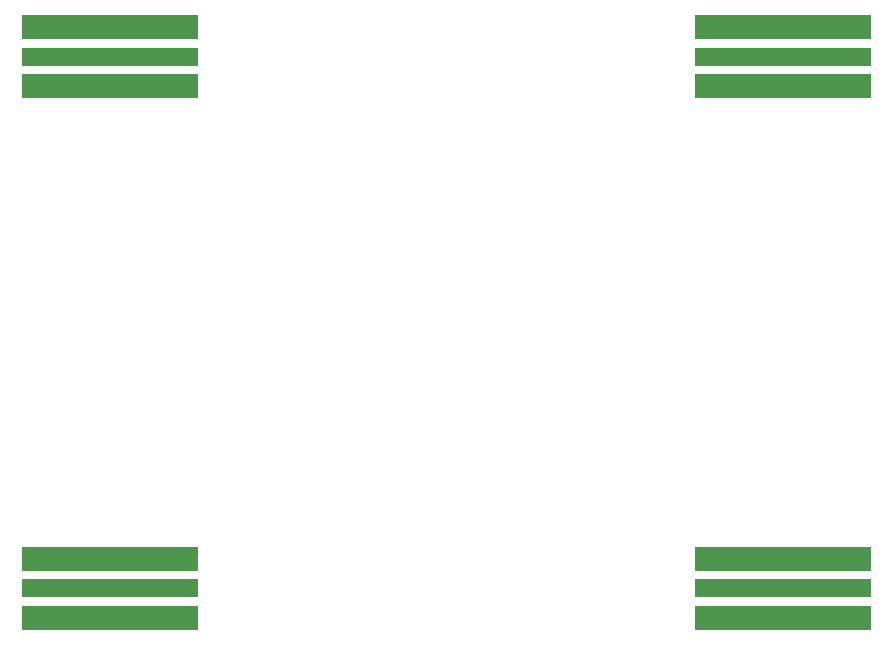
<source format=gbr>
G04 #@! TF.GenerationSoftware,KiCad,Pcbnew,5.1.2-f72e74a~84~ubuntu18.04.1*
G04 #@! TF.CreationDate,2019-06-08T15:54:07-04:00*
G04 #@! TF.ProjectId,8-key-top-plate-1.2,382d6b65-792d-4746-9f70-2d706c617465,rev?*
G04 #@! TF.SameCoordinates,Original*
G04 #@! TF.FileFunction,Paste,Top*
G04 #@! TF.FilePolarity,Positive*
%FSLAX46Y46*%
G04 Gerber Fmt 4.6, Leading zero omitted, Abs format (unit mm)*
G04 Created by KiCad (PCBNEW 5.1.2-f72e74a~84~ubuntu18.04.1) date 2019-06-08 15:54:07*
%MOMM*%
%LPD*%
G04 APERTURE LIST*
%ADD10R,15.000000X2.000000*%
%ADD11R,15.000000X1.500000*%
G04 APERTURE END LIST*
D10*
X155000000Y-117500000D03*
D11*
X155000000Y-120000000D03*
D10*
X155000000Y-122500000D03*
X155000000Y-77500000D03*
D11*
X155000000Y-75000000D03*
D10*
X155000000Y-72500000D03*
X212000000Y-72500000D03*
D11*
X212000000Y-75000000D03*
D10*
X212000000Y-77500000D03*
X212000000Y-122500000D03*
D11*
X212000000Y-120000000D03*
D10*
X212000000Y-117500000D03*
M02*

</source>
